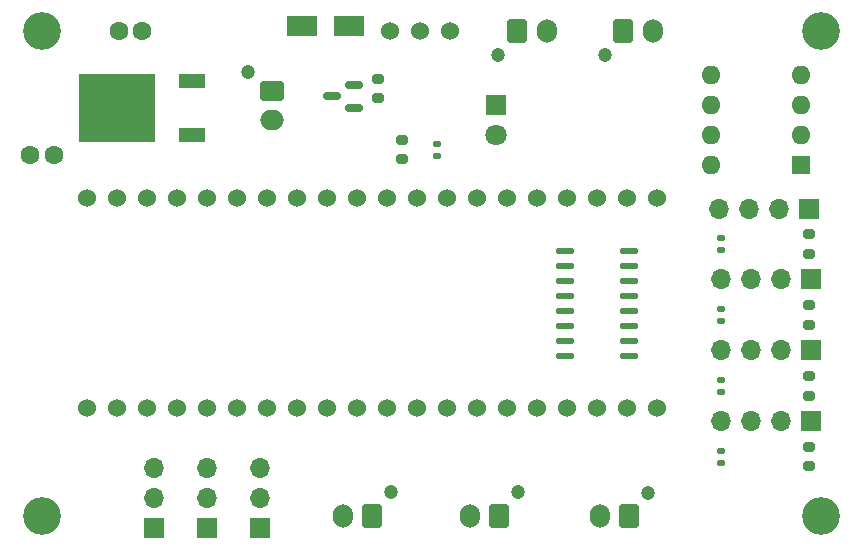
<source format=gbr>
%TF.GenerationSoftware,KiCad,Pcbnew,6.0.6-3a73a75311~116~ubuntu20.04.1*%
%TF.CreationDate,2023-06-16T17:17:45+09:00*%
%TF.ProjectId,catchrobo2023,63617463-6872-46f6-926f-323032332e6b,rev?*%
%TF.SameCoordinates,Original*%
%TF.FileFunction,Soldermask,Top*%
%TF.FilePolarity,Negative*%
%FSLAX46Y46*%
G04 Gerber Fmt 4.6, Leading zero omitted, Abs format (unit mm)*
G04 Created by KiCad (PCBNEW 6.0.6-3a73a75311~116~ubuntu20.04.1) date 2023-06-16 17:17:45*
%MOMM*%
%LPD*%
G01*
G04 APERTURE LIST*
G04 Aperture macros list*
%AMRoundRect*
0 Rectangle with rounded corners*
0 $1 Rounding radius*
0 $2 $3 $4 $5 $6 $7 $8 $9 X,Y pos of 4 corners*
0 Add a 4 corners polygon primitive as box body*
4,1,4,$2,$3,$4,$5,$6,$7,$8,$9,$2,$3,0*
0 Add four circle primitives for the rounded corners*
1,1,$1+$1,$2,$3*
1,1,$1+$1,$4,$5*
1,1,$1+$1,$6,$7*
1,1,$1+$1,$8,$9*
0 Add four rect primitives between the rounded corners*
20,1,$1+$1,$2,$3,$4,$5,0*
20,1,$1+$1,$4,$5,$6,$7,0*
20,1,$1+$1,$6,$7,$8,$9,0*
20,1,$1+$1,$8,$9,$2,$3,0*%
G04 Aperture macros list end*
%ADD10RoundRect,0.200000X0.275000X-0.200000X0.275000X0.200000X-0.275000X0.200000X-0.275000X-0.200000X0*%
%ADD11RoundRect,0.150000X0.587500X0.150000X-0.587500X0.150000X-0.587500X-0.150000X0.587500X-0.150000X0*%
%ADD12C,1.200000*%
%ADD13RoundRect,0.250000X0.600000X0.750000X-0.600000X0.750000X-0.600000X-0.750000X0.600000X-0.750000X0*%
%ADD14O,1.700000X2.000000*%
%ADD15R,1.700000X1.700000*%
%ADD16O,1.700000X1.700000*%
%ADD17C,1.600000*%
%ADD18C,3.200000*%
%ADD19RoundRect,0.137500X-0.612500X-0.137500X0.612500X-0.137500X0.612500X0.137500X-0.612500X0.137500X0*%
%ADD20RoundRect,0.200000X-0.275000X0.200000X-0.275000X-0.200000X0.275000X-0.200000X0.275000X0.200000X0*%
%ADD21R,2.200000X1.200000*%
%ADD22R,6.400000X5.800000*%
%ADD23RoundRect,0.135000X-0.185000X0.135000X-0.185000X-0.135000X0.185000X-0.135000X0.185000X0.135000X0*%
%ADD24RoundRect,0.250000X-0.600000X-0.750000X0.600000X-0.750000X0.600000X0.750000X-0.600000X0.750000X0*%
%ADD25R,1.600000X1.600000*%
%ADD26O,1.600000X1.600000*%
%ADD27RoundRect,0.250000X-0.750000X0.600000X-0.750000X-0.600000X0.750000X-0.600000X0.750000X0.600000X0*%
%ADD28O,2.000000X1.700000*%
%ADD29R,1.800000X1.800000*%
%ADD30C,1.800000*%
%ADD31C,1.524000*%
%ADD32R,2.500000X1.800000*%
G04 APERTURE END LIST*
D10*
%TO.C,R3*%
X68000000Y19175000D03*
X68000000Y20825000D03*
%TD*%
D11*
%TO.C,Q1*%
X29437500Y37550000D03*
X29437500Y39450000D03*
X27562500Y38500000D03*
%TD*%
D12*
%TO.C,U11*%
X32600000Y5000000D03*
D13*
X31000000Y3000000D03*
D14*
X28500000Y3000000D03*
%TD*%
D15*
%TO.C,J2*%
X17000000Y1990000D03*
D16*
X17000000Y4530000D03*
X17000000Y7070000D03*
%TD*%
D17*
%TO.C,C1*%
X11500000Y44000000D03*
X9500000Y44000000D03*
%TD*%
D15*
%TO.C,U5*%
X68120000Y23000000D03*
D16*
X65580000Y23000000D03*
X63040000Y23000000D03*
X60500000Y23000000D03*
%TD*%
D18*
%TO.C,REF\u002A\u002A*%
X69000000Y3000000D03*
%TD*%
D19*
%TO.C,U8*%
X47300000Y25445000D03*
X47300000Y24175000D03*
X47300000Y22905000D03*
X47300000Y21635000D03*
X47300000Y20365000D03*
X47300000Y19095000D03*
X47300000Y17825000D03*
X47300000Y16555000D03*
X52700000Y16555000D03*
X52700000Y17825000D03*
X52700000Y19095000D03*
X52700000Y20365000D03*
X52700000Y21635000D03*
X52700000Y22905000D03*
X52700000Y24175000D03*
X52700000Y25445000D03*
%TD*%
D20*
%TO.C,R11*%
X31500000Y39980000D03*
X31500000Y38330000D03*
%TD*%
D15*
%TO.C,U4*%
X68000000Y29000000D03*
D16*
X65460000Y29000000D03*
X62920000Y29000000D03*
X60380000Y29000000D03*
%TD*%
D15*
%TO.C,U7*%
X68120000Y11000000D03*
D16*
X65580000Y11000000D03*
X63040000Y11000000D03*
X60500000Y11000000D03*
%TD*%
D21*
%TO.C,U3*%
X15700000Y35220000D03*
D22*
X9400000Y37500000D03*
D21*
X15700000Y39780000D03*
%TD*%
D15*
%TO.C,J3*%
X21500000Y1975000D03*
D16*
X21500000Y4515000D03*
X21500000Y7055000D03*
%TD*%
D12*
%TO.C,J5*%
X43350000Y4975000D03*
D13*
X41750000Y2975000D03*
D14*
X39250000Y2975000D03*
%TD*%
D10*
%TO.C,R10*%
X33500000Y33175000D03*
X33500000Y34825000D03*
%TD*%
D23*
%TO.C,R7*%
X60500000Y20510000D03*
X60500000Y19490000D03*
%TD*%
D10*
%TO.C,R4*%
X68000000Y13175000D03*
X68000000Y14825000D03*
%TD*%
%TO.C,R2*%
X68000000Y25175000D03*
X68000000Y26825000D03*
%TD*%
D18*
%TO.C,REF\u002A\u002A*%
X3000000Y44000000D03*
X3000000Y44000000D03*
%TD*%
D12*
%TO.C,J6*%
X41650000Y42025000D03*
D24*
X43250000Y44025000D03*
D14*
X45750000Y44025000D03*
%TD*%
D25*
%TO.C,SW2*%
X67300000Y32700000D03*
D26*
X67300000Y35240000D03*
X67300000Y37780000D03*
X67300000Y40320000D03*
X59680000Y40320000D03*
X59680000Y37780000D03*
X59680000Y35240000D03*
X59680000Y32700000D03*
%TD*%
D23*
%TO.C,R6*%
X60500000Y26510000D03*
X60500000Y25490000D03*
%TD*%
D12*
%TO.C,J4*%
X20500000Y40600000D03*
D27*
X22500000Y39000000D03*
D28*
X22500000Y36500000D03*
%TD*%
D29*
%TO.C,D2*%
X41500000Y37775000D03*
D30*
X41500000Y35235000D03*
%TD*%
D31*
%TO.C,U2*%
X6870000Y12110000D03*
X9410000Y12110000D03*
X11950000Y12110000D03*
X14490000Y12110000D03*
X17030000Y12110000D03*
X19570000Y12110000D03*
X22110000Y12110000D03*
X24650000Y12110000D03*
X27190000Y12110000D03*
X29730000Y12110000D03*
X32270000Y12110000D03*
X34810000Y12110000D03*
X37350000Y12110000D03*
X39890000Y12110000D03*
X42430000Y12110000D03*
X44970000Y12110000D03*
X47510000Y12110000D03*
X50050000Y12110000D03*
X52590000Y12110000D03*
X55130000Y12110000D03*
X55130000Y29890000D03*
X52590000Y29890000D03*
X50050000Y29890000D03*
X47510000Y29890000D03*
X44970000Y29890000D03*
X42430000Y29890000D03*
X39890000Y29890000D03*
X37350000Y29890000D03*
X34810000Y29890000D03*
X32270000Y29890000D03*
X29730000Y29890000D03*
X27190000Y29890000D03*
X24650000Y29890000D03*
X22110000Y29890000D03*
X19570000Y29890000D03*
X17030000Y29890000D03*
X14490000Y29890000D03*
X11950000Y29890000D03*
X9410000Y29890000D03*
X6870000Y29890000D03*
%TD*%
D10*
%TO.C,R5*%
X68000000Y7175000D03*
X68000000Y8825000D03*
%TD*%
D12*
%TO.C,J8*%
X54350000Y4950000D03*
D13*
X52750000Y2950000D03*
D14*
X50250000Y2950000D03*
%TD*%
D12*
%TO.C,J7*%
X50650000Y42025000D03*
D24*
X52250000Y44025000D03*
D14*
X54750000Y44025000D03*
%TD*%
D18*
%TO.C,REF\u002A\u002A*%
X3000000Y3000000D03*
%TD*%
D23*
%TO.C,R1*%
X36500000Y34510000D03*
X36500000Y33490000D03*
%TD*%
D32*
%TO.C,D3*%
X25000000Y44500000D03*
X29000000Y44500000D03*
%TD*%
D15*
%TO.C,U6*%
X68120000Y17000000D03*
D16*
X65580000Y17000000D03*
X63040000Y17000000D03*
X60500000Y17000000D03*
%TD*%
D31*
%TO.C,SW1*%
X37540000Y44000000D03*
X35000000Y44000000D03*
X32460000Y44000000D03*
%TD*%
D18*
%TO.C,REF\u002A\u002A*%
X69000000Y44000000D03*
%TD*%
D23*
%TO.C,R8*%
X60500000Y14510000D03*
X60500000Y13490000D03*
%TD*%
D17*
%TO.C,C2*%
X4000000Y33500000D03*
X2000000Y33500000D03*
%TD*%
D23*
%TO.C,R9*%
X60500000Y8510000D03*
X60500000Y7490000D03*
%TD*%
D15*
%TO.C,J1*%
X12500000Y1975000D03*
D16*
X12500000Y4515000D03*
X12500000Y7055000D03*
%TD*%
M02*

</source>
